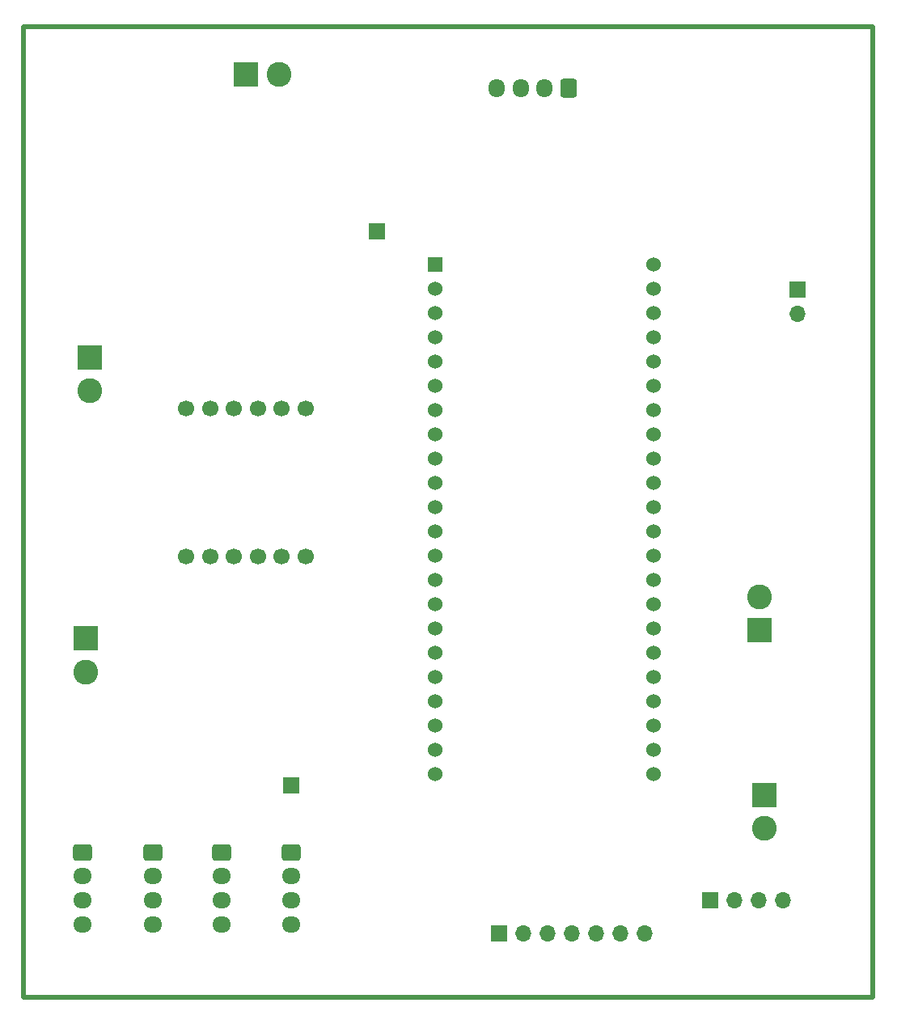
<source format=gbr>
%TF.GenerationSoftware,KiCad,Pcbnew,8.0.1*%
%TF.CreationDate,2024-11-21T16:43:07-05:00*%
%TF.ProjectId,SensorPCB,53656e73-6f72-4504-9342-2e6b69636164,rev?*%
%TF.SameCoordinates,Original*%
%TF.FileFunction,Copper,L2,Bot*%
%TF.FilePolarity,Positive*%
%FSLAX46Y46*%
G04 Gerber Fmt 4.6, Leading zero omitted, Abs format (unit mm)*
G04 Created by KiCad (PCBNEW 8.0.1) date 2024-11-21 16:43:07*
%MOMM*%
%LPD*%
G01*
G04 APERTURE LIST*
G04 Aperture macros list*
%AMRoundRect*
0 Rectangle with rounded corners*
0 $1 Rounding radius*
0 $2 $3 $4 $5 $6 $7 $8 $9 X,Y pos of 4 corners*
0 Add a 4 corners polygon primitive as box body*
4,1,4,$2,$3,$4,$5,$6,$7,$8,$9,$2,$3,0*
0 Add four circle primitives for the rounded corners*
1,1,$1+$1,$2,$3*
1,1,$1+$1,$4,$5*
1,1,$1+$1,$6,$7*
1,1,$1+$1,$8,$9*
0 Add four rect primitives between the rounded corners*
20,1,$1+$1,$2,$3,$4,$5,0*
20,1,$1+$1,$4,$5,$6,$7,0*
20,1,$1+$1,$6,$7,$8,$9,0*
20,1,$1+$1,$8,$9,$2,$3,0*%
G04 Aperture macros list end*
%TA.AperFunction,ComponentPad*%
%ADD10RoundRect,0.250000X-0.725000X0.600000X-0.725000X-0.600000X0.725000X-0.600000X0.725000X0.600000X0*%
%TD*%
%TA.AperFunction,ComponentPad*%
%ADD11O,1.950000X1.700000*%
%TD*%
%TA.AperFunction,ComponentPad*%
%ADD12R,1.700000X1.700000*%
%TD*%
%TA.AperFunction,ComponentPad*%
%ADD13O,1.700000X1.700000*%
%TD*%
%TA.AperFunction,ComponentPad*%
%ADD14C,1.700000*%
%TD*%
%TA.AperFunction,ComponentPad*%
%ADD15R,1.530000X1.530000*%
%TD*%
%TA.AperFunction,ComponentPad*%
%ADD16C,1.530000*%
%TD*%
%TA.AperFunction,ComponentPad*%
%ADD17R,2.600000X2.600000*%
%TD*%
%TA.AperFunction,ComponentPad*%
%ADD18C,2.600000*%
%TD*%
%TA.AperFunction,ComponentPad*%
%ADD19RoundRect,0.250000X0.600000X0.725000X-0.600000X0.725000X-0.600000X-0.725000X0.600000X-0.725000X0*%
%TD*%
%TA.AperFunction,ComponentPad*%
%ADD20O,1.700000X1.950000*%
%TD*%
%TA.AperFunction,Profile*%
%ADD21C,0.499999*%
%TD*%
G04 APERTURE END LIST*
D10*
%TO.P,J5,1,Pin_1*%
%TO.N,/SDA*%
X39650000Y-106500000D03*
D11*
%TO.P,J5,2,Pin_2*%
%TO.N,/SCL*%
X39650000Y-109000000D03*
%TO.P,J5,3,Pin_3*%
%TO.N,GND*%
X39650000Y-111500000D03*
%TO.P,J5,4,Pin_4*%
%TO.N,/JUMP*%
X39650000Y-114000000D03*
%TD*%
D10*
%TO.P,J4,1,Pin_1*%
%TO.N,/SDA*%
X47000000Y-106500000D03*
D11*
%TO.P,J4,2,Pin_2*%
%TO.N,/SCL*%
X47000000Y-109000000D03*
%TO.P,J4,3,Pin_3*%
%TO.N,GND*%
X47000000Y-111500000D03*
%TO.P,J4,4,Pin_4*%
%TO.N,/JUMP*%
X47000000Y-114000000D03*
%TD*%
D10*
%TO.P,J3,1,Pin_1*%
%TO.N,/SDA*%
X54200000Y-106500000D03*
D11*
%TO.P,J3,2,Pin_2*%
%TO.N,/SCL*%
X54200000Y-109000000D03*
%TO.P,J3,3,Pin_3*%
%TO.N,GND*%
X54200000Y-111500000D03*
%TO.P,J3,4,Pin_4*%
%TO.N,/JUMP*%
X54200000Y-114000000D03*
%TD*%
D10*
%TO.P,J2,1,Pin_1*%
%TO.N,/SDA*%
X61500000Y-106500000D03*
D11*
%TO.P,J2,2,Pin_2*%
%TO.N,/SCL*%
X61500000Y-109000000D03*
%TO.P,J2,3,Pin_3*%
%TO.N,GND*%
X61500000Y-111500000D03*
%TO.P,J2,4,Pin_4*%
%TO.N,/JUMP*%
X61500000Y-114000000D03*
%TD*%
D12*
%TO.P,J15,1,Pin_1*%
%TO.N,/JUMP*%
X61500000Y-99500000D03*
%TD*%
%TO.P,J14,1,Pin_1*%
%TO.N,VCC*%
X70500000Y-41500000D03*
%TD*%
D13*
%TO.P,J8,7,Pin_7*%
%TO.N,unconnected-(J8-Pin_7-Pad7)*%
X98500000Y-115000000D03*
%TO.P,J8,6,Pin_6*%
%TO.N,/Dig2*%
X95960000Y-115000000D03*
%TO.P,J8,5,Pin_5*%
%TO.N,/An5*%
X93420000Y-115000000D03*
%TO.P,J8,4,Pin_4*%
%TO.N,/An4*%
X90880000Y-115000000D03*
%TO.P,J8,3,Pin_3*%
%TO.N,/An3*%
X88340000Y-115000000D03*
%TO.P,J8,2,Pin_2*%
%TO.N,/An2*%
X85800000Y-115000000D03*
D12*
%TO.P,J8,1,Pin_1*%
%TO.N,/An1*%
X83260000Y-115000000D03*
%TD*%
D14*
%TO.P,U2,1,EEP*%
%TO.N,/EEP*%
X50500000Y-75500000D03*
%TO.P,U2,2,OUT1*%
%TO.N,Net-(J10-Pin_1)*%
X53000000Y-75500000D03*
%TO.P,U2,3,OUT2*%
%TO.N,Net-(J10-Pin_2)*%
X55500000Y-75500000D03*
%TO.P,U2,4,OUT3*%
%TO.N,Net-(J11-Pin_1)*%
X58000000Y-75500000D03*
%TO.P,U2,5,OUT4*%
%TO.N,Net-(J11-Pin_2)*%
X60500000Y-75500000D03*
%TO.P,U2,6,ULT*%
%TO.N,/ULT*%
X63000000Y-75500000D03*
%TO.P,U2,7,IN1*%
%TO.N,/MotA*%
X50500000Y-60000000D03*
%TO.P,U2,8,IN2*%
%TO.N,/MotB*%
X53000000Y-60000000D03*
%TO.P,U2,9,GND*%
%TO.N,GND*%
X55500000Y-60000000D03*
%TO.P,U2,10,VCC*%
%TO.N,+7.5V*%
X58000000Y-60000000D03*
%TO.P,U2,11,IN3*%
%TO.N,/MotC*%
X60500000Y-60000000D03*
%TO.P,U2,12,IN4*%
%TO.N,/MotD*%
X63000000Y-60000000D03*
%TD*%
D15*
%TO.P,U1,J1_1,3V3*%
%TO.N,VCC*%
X76540500Y-44985000D03*
D16*
%TO.P,U1,J1_2,3V3*%
X76540500Y-47525000D03*
%TO.P,U1,J1_3,RST*%
%TO.N,unconnected-(U1-RST-PadJ1_3)*%
X76540500Y-50065000D03*
%TO.P,U1,J1_4,GPIO4*%
%TO.N,/Volt*%
X76540500Y-52605000D03*
%TO.P,U1,J1_5,GPIO5*%
%TO.N,/Curr*%
X76540500Y-55145000D03*
%TO.P,U1,J1_6,GPIO6*%
%TO.N,/An5*%
X76540500Y-57685000D03*
%TO.P,U1,J1_7,GPIO7*%
%TO.N,/An4*%
X76540500Y-60225000D03*
%TO.P,U1,J1_8,GPIO15*%
%TO.N,/MotD*%
X76540500Y-62765000D03*
%TO.P,U1,J1_9,GPIO16*%
%TO.N,/MotC*%
X76540500Y-65305000D03*
%TO.P,U1,J1_10,GPIO17*%
%TO.N,/MotB*%
X76540500Y-67845000D03*
%TO.P,U1,J1_11,GPIO18*%
%TO.N,/MotA*%
X76540500Y-70385000D03*
%TO.P,U1,J1_12,GPIO8*%
%TO.N,/An3*%
X76540500Y-72925000D03*
%TO.P,U1,J1_13,GPIO3*%
%TO.N,unconnected-(U1-GPIO3-PadJ1_13)*%
X76540500Y-75465000D03*
%TO.P,U1,J1_14,GPIO46*%
%TO.N,unconnected-(U1-GPIO46-PadJ1_14)*%
X76540500Y-78005000D03*
%TO.P,U1,J1_15,GPIO9*%
%TO.N,/An2*%
X76540500Y-80545000D03*
%TO.P,U1,J1_16,GPIO10*%
%TO.N,/NeoPixel*%
X76540500Y-83085000D03*
%TO.P,U1,J1_17,GPIO11*%
%TO.N,/EEP*%
X76540500Y-85625000D03*
%TO.P,U1,J1_18,GPIO12*%
%TO.N,/ULT*%
X76540500Y-88165000D03*
%TO.P,U1,J1_19,GPIO13*%
%TO.N,/SCL*%
X76540500Y-90705000D03*
%TO.P,U1,J1_20,GPIO14*%
%TO.N,/SDA*%
X76540500Y-93245000D03*
%TO.P,U1,J1_21,5V0*%
%TO.N,+5V*%
X76540500Y-95785000D03*
%TO.P,U1,J1_22,GND*%
%TO.N,GND*%
X76540500Y-98325000D03*
%TO.P,U1,J3_1,GND*%
X99400500Y-44985000D03*
%TO.P,U1,J3_2,U0TXD/GPIO43*%
%TO.N,Net-(J1-Pin_1)*%
X99400500Y-47525000D03*
%TO.P,U1,J3_3,U0RXD/GPIO44*%
%TO.N,Net-(J1-Pin_2)*%
X99400500Y-50065000D03*
%TO.P,U1,J3_4,GPIO1*%
%TO.N,unconnected-(U1-GPIO1-PadJ3_4)*%
X99400500Y-52605000D03*
%TO.P,U1,J3_5,GPIO2*%
%TO.N,unconnected-(U1-GPIO2-PadJ3_5)*%
X99400500Y-55145000D03*
%TO.P,U1,J3_6,MTMS/GPIO42*%
%TO.N,unconnected-(U1-MTMS{slash}GPIO42-PadJ3_6)*%
X99400500Y-57685000D03*
%TO.P,U1,J3_7,MTDI/GPIO41*%
%TO.N,unconnected-(U1-MTDI{slash}GPIO41-PadJ3_7)*%
X99400500Y-60225000D03*
%TO.P,U1,J3_8,MTDO/GPIO40*%
%TO.N,unconnected-(U1-MTDO{slash}GPIO40-PadJ3_8)*%
X99400500Y-62765000D03*
%TO.P,U1,J3_9,MTCK/GPIO39*%
%TO.N,unconnected-(U1-MTCK{slash}GPIO39-PadJ3_9)*%
X99400500Y-65305000D03*
%TO.P,U1,J3_10,GPIO38*%
%TO.N,unconnected-(U1-GPIO38-PadJ3_10)*%
X99400500Y-67845000D03*
%TO.P,U1,J3_11,GPIO37*%
%TO.N,unconnected-(U1-GPIO37-PadJ3_11)*%
X99400500Y-70385000D03*
%TO.P,U1,J3_12,GPIO36*%
%TO.N,unconnected-(U1-GPIO36-PadJ3_12)*%
X99400500Y-72925000D03*
%TO.P,U1,J3_13,GPIO35*%
%TO.N,/Dig2*%
X99400500Y-75465000D03*
%TO.P,U1,J3_14,GPIO0*%
%TO.N,unconnected-(U1-GPIO0-PadJ3_14)*%
X99400500Y-78005000D03*
%TO.P,U1,J3_15,GPIO45*%
%TO.N,unconnected-(U1-GPIO45-PadJ3_15)*%
X99400500Y-80545000D03*
%TO.P,U1,J3_16,GPIO48*%
%TO.N,unconnected-(U1-GPIO48-PadJ3_16)*%
X99400500Y-83085000D03*
%TO.P,U1,J3_17,GPIO47*%
%TO.N,unconnected-(U1-GPIO47-PadJ3_17)*%
X99400500Y-85625000D03*
%TO.P,U1,J3_18,GPIO21*%
%TO.N,unconnected-(U1-GPIO21-PadJ3_18)*%
X99400500Y-88165000D03*
%TO.P,U1,J3_19,USB_D+/GPIO20*%
%TO.N,unconnected-(U1-USB_D+{slash}GPIO20-PadJ3_19)*%
X99400500Y-90705000D03*
%TO.P,U1,J3_20,USB_D-/GPIO19*%
%TO.N,unconnected-(U1-USB_D-{slash}GPIO19-PadJ3_20)*%
X99400500Y-93245000D03*
%TO.P,U1,J3_21,GND*%
%TO.N,GND*%
X99400500Y-95785000D03*
%TO.P,U1,J3_22,GND*%
X99400500Y-98325000D03*
%TD*%
D12*
%TO.P,J13,1,Pin_1*%
%TO.N,+5V*%
X105380000Y-111500000D03*
D13*
%TO.P,J13,2,Pin_2*%
X107920000Y-111500000D03*
%TO.P,J13,3,Pin_3*%
%TO.N,GND*%
X110460000Y-111500000D03*
%TO.P,J13,4,Pin_4*%
X113000000Y-111500000D03*
%TD*%
D17*
%TO.P,J12,1,Pin_1*%
%TO.N,GND*%
X111000000Y-100500000D03*
D18*
%TO.P,J12,2,Pin_2*%
%TO.N,+5V*%
X111000000Y-104000000D03*
%TD*%
%TO.P,J11,2,Pin_2*%
%TO.N,Net-(J11-Pin_2)*%
X40000000Y-87600000D03*
D17*
%TO.P,J11,1,Pin_1*%
%TO.N,Net-(J11-Pin_1)*%
X40000000Y-84100000D03*
%TD*%
%TO.P,J10,1,Pin_1*%
%TO.N,Net-(J10-Pin_1)*%
X40400000Y-54650000D03*
D18*
%TO.P,J10,2,Pin_2*%
%TO.N,Net-(J10-Pin_2)*%
X40400000Y-58150000D03*
%TD*%
D17*
%TO.P,J9,1,Pin_1*%
%TO.N,GND*%
X56750000Y-25045000D03*
D18*
%TO.P,J9,2,Pin_2*%
%TO.N,+7.5V*%
X60250000Y-25045000D03*
%TD*%
D19*
%TO.P,J7,1,Pin_1*%
%TO.N,/Curr*%
X90500000Y-26500000D03*
D20*
%TO.P,J7,2,Pin_2*%
%TO.N,/Volt*%
X88000000Y-26500000D03*
%TO.P,J7,3,Pin_3*%
%TO.N,GND*%
X85500000Y-26500000D03*
%TO.P,J7,4,Pin_4*%
%TO.N,VCC*%
X83000000Y-26500000D03*
%TD*%
D17*
%TO.P,J6,1,Pin_1*%
%TO.N,/NeoPixel*%
X110500000Y-83250000D03*
D18*
%TO.P,J6,2,Pin_2*%
%TO.N,GND*%
X110500000Y-79750000D03*
%TD*%
D12*
%TO.P,J1,1,Pin_1*%
%TO.N,Net-(J1-Pin_1)*%
X114500000Y-47560000D03*
D13*
%TO.P,J1,2,Pin_2*%
%TO.N,Net-(J1-Pin_2)*%
X114500000Y-50100000D03*
%TD*%
D21*
X33500000Y-20050000D02*
X122400000Y-20050000D01*
X122400000Y-121650000D01*
X33500000Y-121650000D01*
X33500000Y-20050000D01*
M02*

</source>
